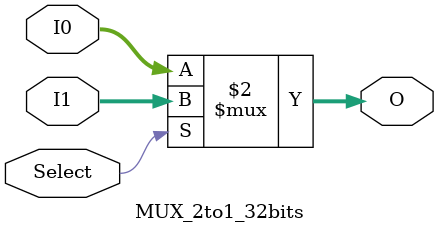
<source format=v>
module MUX_2to1_32bits (
    output wire [31:0] O,
    input  wire [31:0] I0,
    input  wire [31:0] I1,
    input  wire        Select
);

assign O = (Select == 1'b0) ? I0: I1;
    
endmodule

</source>
